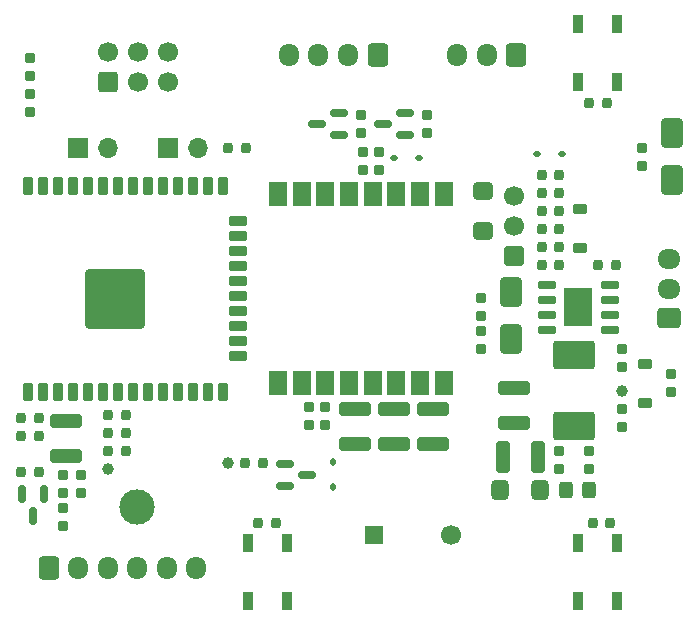
<source format=gbr>
%TF.GenerationSoftware,KiCad,Pcbnew,9.0.0-rc1*%
%TF.CreationDate,2025-03-28T12:21:10+01:00*%
%TF.ProjectId,Robobuoy-Top-Round-v2_0,526f626f-6275-46f7-992d-546f702d526f,rev?*%
%TF.SameCoordinates,Original*%
%TF.FileFunction,Soldermask,Top*%
%TF.FilePolarity,Negative*%
%FSLAX46Y46*%
G04 Gerber Fmt 4.6, Leading zero omitted, Abs format (unit mm)*
G04 Created by KiCad (PCBNEW 9.0.0-rc1) date 2025-03-28 12:21:10*
%MOMM*%
%LPD*%
G01*
G04 APERTURE LIST*
G04 Aperture macros list*
%AMRoundRect*
0 Rectangle with rounded corners*
0 $1 Rounding radius*
0 $2 $3 $4 $5 $6 $7 $8 $9 X,Y pos of 4 corners*
0 Add a 4 corners polygon primitive as box body*
4,1,4,$2,$3,$4,$5,$6,$7,$8,$9,$2,$3,0*
0 Add four circle primitives for the rounded corners*
1,1,$1+$1,$2,$3*
1,1,$1+$1,$4,$5*
1,1,$1+$1,$6,$7*
1,1,$1+$1,$8,$9*
0 Add four rect primitives between the rounded corners*
20,1,$1+$1,$2,$3,$4,$5,0*
20,1,$1+$1,$4,$5,$6,$7,0*
20,1,$1+$1,$6,$7,$8,$9,0*
20,1,$1+$1,$8,$9,$2,$3,0*%
G04 Aperture macros list end*
%ADD10RoundRect,0.250000X2.250000X-2.250000X2.250000X2.250000X-2.250000X2.250000X-2.250000X-2.250000X0*%
%ADD11RoundRect,0.225000X0.225000X-0.525000X0.225000X0.525000X-0.225000X0.525000X-0.225000X-0.525000X0*%
%ADD12RoundRect,0.225000X0.525000X0.225000X-0.525000X0.225000X-0.525000X-0.225000X0.525000X-0.225000X0*%
%ADD13RoundRect,0.200000X0.200000X0.250000X-0.200000X0.250000X-0.200000X-0.250000X0.200000X-0.250000X0*%
%ADD14RoundRect,0.200000X0.250000X-0.200000X0.250000X0.200000X-0.250000X0.200000X-0.250000X-0.200000X0*%
%ADD15RoundRect,0.200000X-0.250000X0.200000X-0.250000X-0.200000X0.250000X-0.200000X0.250000X0.200000X0*%
%ADD16RoundRect,0.090000X0.360000X-0.660000X0.360000X0.660000X-0.360000X0.660000X-0.360000X-0.660000X0*%
%ADD17C,1.000000*%
%ADD18RoundRect,0.150000X-0.587500X-0.150000X0.587500X-0.150000X0.587500X0.150000X-0.587500X0.150000X0*%
%ADD19RoundRect,0.225000X0.375000X-0.225000X0.375000X0.225000X-0.375000X0.225000X-0.375000X-0.225000X0*%
%ADD20RoundRect,0.375000X0.375000X0.475000X-0.375000X0.475000X-0.375000X-0.475000X0.375000X-0.475000X0*%
%ADD21RoundRect,0.150000X0.587500X0.150000X-0.587500X0.150000X-0.587500X-0.150000X0.587500X-0.150000X0*%
%ADD22RoundRect,0.250000X-1.100000X0.325000X-1.100000X-0.325000X1.100000X-0.325000X1.100000X0.325000X0*%
%ADD23RoundRect,0.112500X0.187500X0.112500X-0.187500X0.112500X-0.187500X-0.112500X0.187500X-0.112500X0*%
%ADD24RoundRect,0.200000X-0.200000X-0.250000X0.200000X-0.250000X0.200000X0.250000X-0.200000X0.250000X0*%
%ADD25RoundRect,0.250000X0.600000X-0.600000X0.600000X0.600000X-0.600000X0.600000X-0.600000X-0.600000X0*%
%ADD26C,1.700000*%
%ADD27C,3.000000*%
%ADD28R,1.700000X1.700000*%
%ADD29O,1.700000X1.700000*%
%ADD30RoundRect,0.250000X0.650000X-1.000000X0.650000X1.000000X-0.650000X1.000000X-0.650000X-1.000000X0*%
%ADD31R,1.650000X1.650000*%
%ADD32RoundRect,0.375000X0.475000X-0.375000X0.475000X0.375000X-0.475000X0.375000X-0.475000X-0.375000X0*%
%ADD33RoundRect,0.250000X-0.600000X-0.725000X0.600000X-0.725000X0.600000X0.725000X-0.600000X0.725000X0*%
%ADD34O,1.700000X1.950000*%
%ADD35RoundRect,0.112500X0.112500X-0.187500X0.112500X0.187500X-0.112500X0.187500X-0.112500X-0.187500X0*%
%ADD36RoundRect,0.230769X-1.519231X0.969231X-1.519231X-0.969231X1.519231X-0.969231X1.519231X0.969231X0*%
%ADD37RoundRect,0.250000X0.725000X-0.600000X0.725000X0.600000X-0.725000X0.600000X-0.725000X-0.600000X0*%
%ADD38O,1.950000X1.700000*%
%ADD39RoundRect,0.250000X0.600000X0.725000X-0.600000X0.725000X-0.600000X-0.725000X0.600000X-0.725000X0*%
%ADD40RoundRect,0.206250X0.618750X-0.618750X0.618750X0.618750X-0.618750X0.618750X-0.618750X-0.618750X0*%
%ADD41R,1.500000X2.000000*%
%ADD42RoundRect,0.300000X-0.300000X-0.400000X0.300000X-0.400000X0.300000X0.400000X-0.300000X0.400000X0*%
%ADD43RoundRect,0.150000X0.650000X0.150000X-0.650000X0.150000X-0.650000X-0.150000X0.650000X-0.150000X0*%
%ADD44R,2.400000X3.200000*%
%ADD45RoundRect,0.250000X0.325000X1.100000X-0.325000X1.100000X-0.325000X-1.100000X0.325000X-1.100000X0*%
%ADD46RoundRect,0.250000X1.100000X-0.325000X1.100000X0.325000X-1.100000X0.325000X-1.100000X-0.325000X0*%
%ADD47RoundRect,0.150000X-0.150000X0.587500X-0.150000X-0.587500X0.150000X-0.587500X0.150000X0.587500X0*%
%ADD48RoundRect,0.225000X-0.375000X0.225000X-0.375000X-0.225000X0.375000X-0.225000X0.375000X0.225000X0*%
G04 APERTURE END LIST*
D10*
%TO.C,U101*%
X-12898000Y-860000D03*
D11*
X-20243000Y8750000D03*
X-18973000Y8750000D03*
X-17703000Y8750000D03*
X-16433000Y8750000D03*
X-15163000Y8750000D03*
X-13893000Y8750000D03*
X-12623000Y8750000D03*
X-11353000Y8750000D03*
X-10083000Y8750000D03*
X-8813000Y8750000D03*
X-7543000Y8750000D03*
X-6273000Y8750000D03*
X-5003000Y8750000D03*
X-3733000Y8750000D03*
D12*
X-2483000Y5715000D03*
X-2483000Y4445000D03*
X-2483000Y3175000D03*
X-2483000Y1905000D03*
X-2483000Y635000D03*
X-2483000Y-635000D03*
X-2483000Y-1905000D03*
X-2483000Y-3175000D03*
X-2483000Y-4445000D03*
X-2483000Y-5715000D03*
D11*
X-3733000Y-8750000D03*
X-5003000Y-8750000D03*
X-6273000Y-8750000D03*
X-7543000Y-8750000D03*
X-8813000Y-8750000D03*
X-10083000Y-8750000D03*
X-11353000Y-8750000D03*
X-12623000Y-8750000D03*
X-13893000Y-8750000D03*
X-15163000Y-8750000D03*
X-16433000Y-8750000D03*
X-17703000Y-8750000D03*
X-18973000Y-8750000D03*
X-20243000Y-8750000D03*
%TD*%
D13*
%TO.C,R209*%
X24722000Y5080000D03*
X23222000Y5080000D03*
%TD*%
D14*
%TO.C,C207*%
X30068000Y-6592000D03*
X30068000Y-5092000D03*
%TD*%
D15*
%TO.C,R102*%
X-20066000Y19546000D03*
X-20066000Y18046000D03*
%TD*%
D16*
%TO.C,D104*%
X-1650000Y-26450000D03*
X1650000Y-26450000D03*
X1650000Y-21550000D03*
X-1650000Y-21550000D03*
%TD*%
D17*
%TO.C,TP204*%
X30068000Y-8636000D03*
%TD*%
D14*
%TO.C,C203*%
X18130000Y-2274000D03*
X18130000Y-774000D03*
%TD*%
%TO.C,C113*%
X-17272000Y-17260000D03*
X-17272000Y-15760000D03*
%TD*%
D18*
%TO.C,Q102*%
X1475500Y-14798000D03*
X1475500Y-16698000D03*
X3350500Y-15748000D03*
%TD*%
D16*
%TO.C,D105*%
X26350000Y-26450000D03*
X29650000Y-26450000D03*
X29650000Y-21550000D03*
X26350000Y-21550000D03*
%TD*%
D13*
%TO.C,R101*%
X-1790000Y11938000D03*
X-3290000Y11938000D03*
%TD*%
D19*
%TO.C,D206*%
X32000000Y-9650000D03*
X32000000Y-6350000D03*
%TD*%
D20*
%TO.C,C211*%
X23132000Y-17018000D03*
X19732000Y-17018000D03*
%TD*%
D21*
%TO.C,Q202*%
X11701500Y13020000D03*
X11701500Y14920000D03*
X9826500Y13970000D03*
%TD*%
D22*
%TO.C,C302*%
X14066000Y-10209000D03*
X14066000Y-13159000D03*
%TD*%
D23*
%TO.C,D203*%
X24926000Y11430000D03*
X22826000Y11430000D03*
%TD*%
D24*
%TO.C,C204*%
X-13450000Y-13691585D03*
X-11950000Y-13691585D03*
%TD*%
%TO.C,C205*%
X23222000Y2032000D03*
X24722000Y2032000D03*
%TD*%
D13*
%TO.C,R212*%
X29536000Y2032000D03*
X28036000Y2032000D03*
%TD*%
%TO.C,R215*%
X24722000Y9652000D03*
X23222000Y9652000D03*
%TD*%
D15*
%TO.C,C104*%
X3556000Y-10045000D03*
X3556000Y-11545000D03*
%TD*%
D13*
%TO.C,C106*%
X-19316000Y-12446000D03*
X-20816000Y-12446000D03*
%TD*%
%TO.C,R119*%
X-19316000Y-15494000D03*
X-20816000Y-15494000D03*
%TD*%
D25*
%TO.C,J101*%
X-13467000Y17535500D03*
D26*
X-13467000Y20075500D03*
X-10927000Y17535500D03*
X-10927000Y20075500D03*
X-8387000Y17535500D03*
X-8387000Y20075500D03*
%TD*%
D13*
%TO.C,C105*%
X-19316000Y-10922000D03*
X-20816000Y-10922000D03*
%TD*%
D27*
%TO.C,TP203*%
X-11049000Y-18491200D03*
%TD*%
D28*
%TO.C,SW101*%
X-8382000Y11938000D03*
D29*
X-5842000Y11938000D03*
%TD*%
D24*
%TO.C,R205*%
X23222000Y8128000D03*
X24722000Y8128000D03*
%TD*%
D14*
%TO.C,R202*%
X13558000Y13220000D03*
X13558000Y14720000D03*
%TD*%
D15*
%TO.C,C303*%
X4922000Y-10045000D03*
X4922000Y-11545000D03*
%TD*%
D28*
%TO.C,SW102*%
X-16007000Y11938000D03*
D29*
X-13467000Y11938000D03*
%TD*%
D30*
%TO.C,D201*%
X34290000Y9176000D03*
X34290000Y13176000D03*
%TD*%
D31*
%TO.C,BZ101*%
X9038000Y-20828000D03*
D26*
X15538000Y-20828000D03*
%TD*%
D30*
%TO.C,D204*%
X20670000Y-4286000D03*
X20670000Y-286000D03*
%TD*%
D15*
%TO.C,C202*%
X18130000Y-3568000D03*
X18130000Y-5068000D03*
%TD*%
D32*
%TO.C,C201*%
X18288000Y4904000D03*
X18288000Y8304000D03*
%TD*%
D33*
%TO.C,J103*%
X-18502000Y-23622000D03*
D34*
X-16002000Y-23622000D03*
X-13502000Y-23622000D03*
X-11002000Y-23622000D03*
X-8502000Y-23622000D03*
X-6002000Y-23622000D03*
%TD*%
D35*
%TO.C,D101*%
X5588000Y-16798000D03*
X5588000Y-14698000D03*
%TD*%
D15*
%TO.C,R201*%
X8077200Y11570400D03*
X8077200Y10070400D03*
%TD*%
D22*
%TO.C,C102*%
X-17018000Y-11225000D03*
X-17018000Y-14175000D03*
%TD*%
D36*
%TO.C,L201*%
X26004000Y-5636000D03*
X26004000Y-11636000D03*
%TD*%
D15*
%TO.C,C210*%
X24734000Y-13728000D03*
X24734000Y-15228000D03*
%TD*%
D37*
%TO.C,J201*%
X34000000Y-2500000D03*
D38*
X34000000Y0D03*
X34000000Y2500000D03*
%TD*%
D13*
%TO.C,R207*%
X24722000Y6604000D03*
X23222000Y6604000D03*
%TD*%
D23*
%TO.C,D202*%
X12835600Y11099800D03*
X10735600Y11099800D03*
%TD*%
D21*
%TO.C,Q201*%
X6113500Y13020000D03*
X6113500Y14920000D03*
X4238500Y13970000D03*
%TD*%
D24*
%TO.C,C108*%
X27540000Y-19812000D03*
X29040000Y-19812000D03*
%TD*%
D17*
%TO.C,TP101*%
X-3302000Y-14732000D03*
%TD*%
D22*
%TO.C,C301*%
X7462000Y-10209000D03*
X7462000Y-13159000D03*
%TD*%
D15*
%TO.C,C101*%
X-20066000Y16498000D03*
X-20066000Y14998000D03*
%TD*%
D39*
%TO.C,J104*%
X9338000Y19795000D03*
D34*
X6838000Y19795000D03*
X4338000Y19795000D03*
X1838000Y19795000D03*
%TD*%
D40*
%TO.C,SW201*%
X20924000Y2794000D03*
D26*
X20924000Y5334000D03*
X20924000Y7874000D03*
%TD*%
D15*
%TO.C,R214*%
X31750000Y11926000D03*
X31750000Y10426000D03*
%TD*%
%TO.C,R112*%
X-17272000Y-18554000D03*
X-17272000Y-20054000D03*
%TD*%
D41*
%TO.C,U301*%
X927600Y-7948200D03*
X2927600Y-7948200D03*
X4927600Y-7948200D03*
X6927600Y-7948200D03*
X8927600Y-7948200D03*
X10927600Y-7948200D03*
X12927600Y-7948200D03*
X14927600Y-7948200D03*
X14927600Y8051800D03*
X12927600Y8051800D03*
X10927600Y8051800D03*
X8927600Y8051800D03*
X6927600Y8051800D03*
X4927600Y8051800D03*
X2927600Y8051800D03*
X927600Y8051800D03*
%TD*%
D24*
%TO.C,R208*%
X-13450000Y-10668000D03*
X-11950000Y-10668000D03*
%TD*%
D22*
%TO.C,C103*%
X10764000Y-10209000D03*
X10764000Y-13159000D03*
%TD*%
D13*
%TO.C,R103*%
X-393000Y-14732000D03*
X-1893000Y-14732000D03*
%TD*%
D15*
%TO.C,R104*%
X34163000Y-7251000D03*
X34163000Y-8751000D03*
%TD*%
D14*
%TO.C,R203*%
X7970000Y13220000D03*
X7970000Y14720000D03*
%TD*%
D24*
%TO.C,R204*%
X-13450000Y-12167585D03*
X-11950000Y-12167585D03*
%TD*%
D42*
%TO.C,D205*%
X25258000Y-17018000D03*
X27258000Y-17018000D03*
%TD*%
D14*
%TO.C,R213*%
X27274000Y-15228000D03*
X27274000Y-13728000D03*
%TD*%
D43*
%TO.C,U201*%
X29000000Y-3467000D03*
X29000000Y-2197000D03*
X29000000Y-927000D03*
X29000000Y343000D03*
X23700000Y343000D03*
X23700000Y-927000D03*
X23700000Y-2197000D03*
X23700000Y-3467000D03*
D44*
X26350000Y-1562000D03*
%TD*%
D15*
%TO.C,R206*%
X9474200Y11570400D03*
X9474200Y10070400D03*
%TD*%
D24*
%TO.C,C109*%
X-750000Y-19812000D03*
X750000Y-19812000D03*
%TD*%
D17*
%TO.C,TP202*%
X-13462000Y-15215585D03*
%TD*%
D24*
%TO.C,C107*%
X27250000Y15748000D03*
X28750000Y15748000D03*
%TD*%
D14*
%TO.C,R211*%
X30068000Y-11672000D03*
X30068000Y-10172000D03*
%TD*%
D39*
%TO.C,J202*%
X21082000Y19812000D03*
D34*
X18582000Y19812000D03*
X16082000Y19812000D03*
%TD*%
D45*
%TO.C,C209*%
X22907000Y-14224000D03*
X19957000Y-14224000D03*
%TD*%
D46*
%TO.C,C208*%
X20924000Y-11381000D03*
X20924000Y-8431000D03*
%TD*%
D24*
%TO.C,R210*%
X23222000Y3556000D03*
X24722000Y3556000D03*
%TD*%
D14*
%TO.C,R117*%
X-15748000Y-17260000D03*
X-15748000Y-15760000D03*
%TD*%
D47*
%TO.C,Q101*%
X-18862000Y-17350500D03*
X-20762000Y-17350500D03*
X-19812000Y-19225500D03*
%TD*%
D16*
%TO.C,D106*%
X26350000Y17550000D03*
X29650000Y17550000D03*
X29650000Y22450000D03*
X26350000Y22450000D03*
%TD*%
D48*
%TO.C,D207*%
X26512000Y6730000D03*
X26512000Y3430000D03*
%TD*%
M02*

</source>
